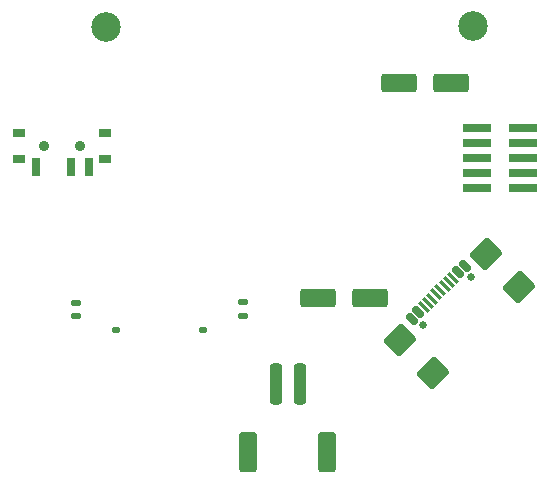
<source format=gbs>
G04 #@! TF.GenerationSoftware,KiCad,Pcbnew,8.0.5*
G04 #@! TF.CreationDate,2024-09-23T19:13:39-07:00*
G04 #@! TF.ProjectId,class 2a,636c6173-7320-4326-912e-6b696361645f,rev?*
G04 #@! TF.SameCoordinates,Original*
G04 #@! TF.FileFunction,Soldermask,Bot*
G04 #@! TF.FilePolarity,Negative*
%FSLAX46Y46*%
G04 Gerber Fmt 4.6, Leading zero omitted, Abs format (unit mm)*
G04 Created by KiCad (PCBNEW 8.0.5) date 2024-09-23 19:13:39*
%MOMM*%
%LPD*%
G01*
G04 APERTURE LIST*
G04 Aperture macros list*
%AMRoundRect*
0 Rectangle with rounded corners*
0 $1 Rounding radius*
0 $2 $3 $4 $5 $6 $7 $8 $9 X,Y pos of 4 corners*
0 Add a 4 corners polygon primitive as box body*
4,1,4,$2,$3,$4,$5,$6,$7,$8,$9,$2,$3,0*
0 Add four circle primitives for the rounded corners*
1,1,$1+$1,$2,$3*
1,1,$1+$1,$4,$5*
1,1,$1+$1,$6,$7*
1,1,$1+$1,$8,$9*
0 Add four rect primitives between the rounded corners*
20,1,$1+$1,$2,$3,$4,$5,0*
20,1,$1+$1,$4,$5,$6,$7,0*
20,1,$1+$1,$6,$7,$8,$9,0*
20,1,$1+$1,$8,$9,$2,$3,0*%
G04 Aperture macros list end*
%ADD10C,2.500000*%
%ADD11RoundRect,0.125000X0.225000X0.125000X-0.225000X0.125000X-0.225000X-0.125000X0.225000X-0.125000X0*%
%ADD12RoundRect,0.125000X0.275000X0.125000X-0.275000X0.125000X-0.275000X-0.125000X0.275000X-0.125000X0*%
%ADD13RoundRect,0.250000X1.250000X0.550000X-1.250000X0.550000X-1.250000X-0.550000X1.250000X-0.550000X0*%
%ADD14RoundRect,0.250000X-1.250000X-0.550000X1.250000X-0.550000X1.250000X0.550000X-1.250000X0.550000X0*%
%ADD15R,1.000000X0.800000*%
%ADD16C,0.900000*%
%ADD17R,0.700000X1.500000*%
%ADD18R,2.400000X0.740000*%
%ADD19RoundRect,0.250000X0.250000X1.500000X-0.250000X1.500000X-0.250000X-1.500000X0.250000X-1.500000X0*%
%ADD20RoundRect,0.250001X0.499999X1.449999X-0.499999X1.449999X-0.499999X-1.449999X0.499999X-1.449999X0*%
%ADD21C,0.650000*%
%ADD22RoundRect,0.150000X-0.194454X0.406586X-0.406586X0.194454X0.194454X-0.406586X0.406586X-0.194454X0*%
%ADD23RoundRect,0.075000X-0.300520X0.406586X-0.406586X0.300520X0.300520X-0.406586X0.406586X-0.300520X0*%
%ADD24RoundRect,0.250000X0.063640X1.124300X-1.124300X-0.063640X-0.063640X-1.124300X1.124300X0.063640X0*%
G04 APERTURE END LIST*
D10*
G04 #@! TO.C,H2*
X162300000Y-64500000D03*
G04 #@! TD*
G04 #@! TO.C,H1*
X131200000Y-64600000D03*
G04 #@! TD*
D11*
G04 #@! TO.C,RV1*
X139390000Y-90280000D03*
X132020000Y-90280000D03*
D12*
X128690000Y-87910000D03*
X142790000Y-89090000D03*
X142800000Y-87900000D03*
X128690000Y-89040000D03*
G04 #@! TD*
D13*
G04 #@! TO.C,C6*
X160400000Y-69300000D03*
X156000000Y-69300000D03*
G04 #@! TD*
D14*
G04 #@! TO.C,C5*
X149200000Y-87500000D03*
X153600000Y-87500000D03*
G04 #@! TD*
D15*
G04 #@! TO.C,SW1*
X123850000Y-73545000D03*
X123850000Y-75755000D03*
D16*
X126000000Y-74645000D03*
X129000000Y-74645000D03*
D15*
X131150000Y-73545000D03*
X131150000Y-75755000D03*
D17*
X125250000Y-76405000D03*
X128250000Y-76405000D03*
X129750000Y-76405000D03*
G04 #@! TD*
D18*
G04 #@! TO.C,J3*
X166500000Y-73160000D03*
X162600000Y-73160000D03*
X166500000Y-74430000D03*
X162600000Y-74430000D03*
X166500000Y-75700000D03*
X162600000Y-75700000D03*
X166500000Y-76970000D03*
X162600000Y-76970000D03*
X166500000Y-78240000D03*
X162600000Y-78240000D03*
G04 #@! TD*
D19*
G04 #@! TO.C,J2*
X147600000Y-94850000D03*
X145600000Y-94850000D03*
D20*
X149950000Y-100600000D03*
X143250000Y-100600000D03*
G04 #@! TD*
D21*
G04 #@! TO.C,J1*
X162156725Y-85767148D03*
X158069648Y-89854225D03*
D22*
X161615789Y-84787805D03*
X161050103Y-85353491D03*
D23*
X160236931Y-86166664D03*
X159529824Y-86873770D03*
X159176270Y-87227324D03*
X158469164Y-87934431D03*
D22*
X157655991Y-88747603D03*
X157090305Y-89313289D03*
X157090305Y-89313289D03*
X157655991Y-88747603D03*
D23*
X158115610Y-88287984D03*
X158822717Y-87580877D03*
X159883377Y-86520217D03*
X160590484Y-85813110D03*
D22*
X161050103Y-85353491D03*
X161615789Y-84787805D03*
D24*
X166151879Y-86622747D03*
X163372949Y-83843818D03*
X158925247Y-93849379D03*
X156146318Y-91070449D03*
G04 #@! TD*
M02*

</source>
